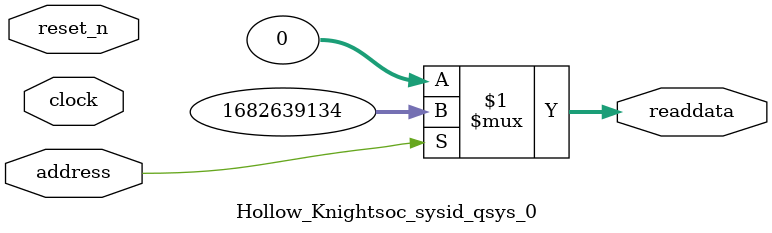
<source format=v>



// synthesis translate_off
`timescale 1ns / 1ps
// synthesis translate_on

// turn off superfluous verilog processor warnings 
// altera message_level Level1 
// altera message_off 10034 10035 10036 10037 10230 10240 10030 

module Hollow_Knightsoc_sysid_qsys_0 (
               // inputs:
                address,
                clock,
                reset_n,

               // outputs:
                readdata
             )
;

  output  [ 31: 0] readdata;
  input            address;
  input            clock;
  input            reset_n;

  wire    [ 31: 0] readdata;
  //control_slave, which is an e_avalon_slave
  assign readdata = address ? 1682639134 : 0;

endmodule



</source>
